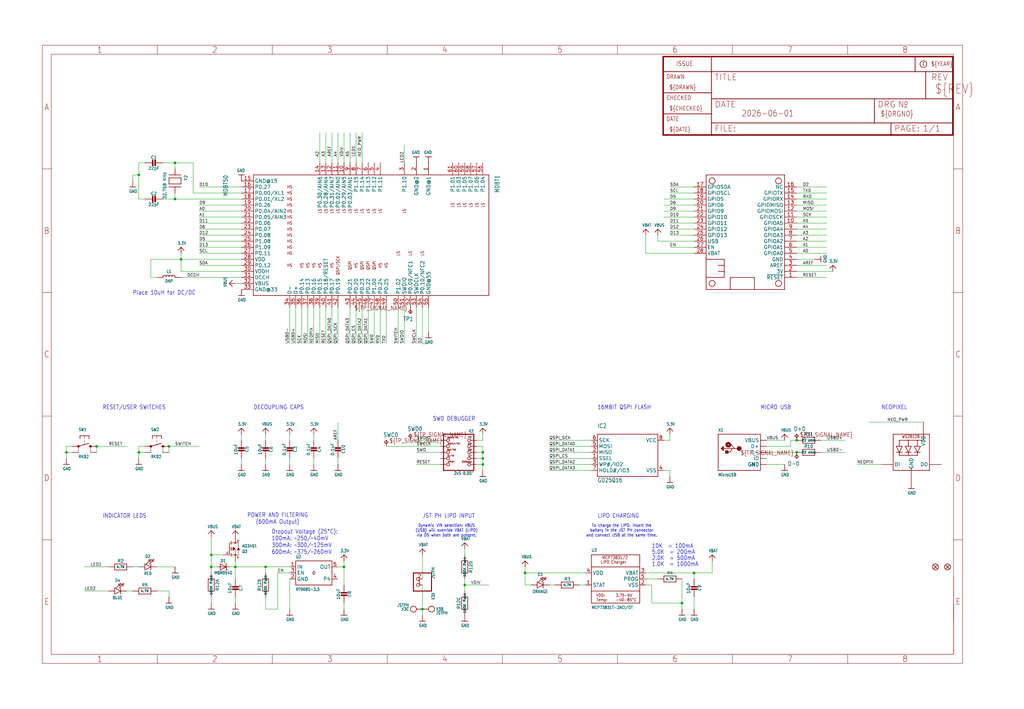
<source format=kicad_sch>
(kicad_sch (version 20250114) (generator "eeschema") (generator_version "9.0")
  (paper "User" 430.962 298.602)
  (text "To charge the LIPO, insert the\nbattery in the JST PH connector\nand connect USB at the same time." (at 261.62 223.52 0) (effects (font (size 1.27 1.0795))))
  (text "16MBIT QSPI FLASH" (at 251.46 172.72 0) (effects (font (size 1.778 1.5113)) (justify left bottom)))
  (text "Dynamic VIN selection: VBUS\n(USB) will override VBAT (LIPO)\nvia D5 when both are present." (at 187.96 223.52 0) (effects (font (size 1.27 1.0795))))
  (text "Dropout Voltage (25°C):\n100mA: ~250/~40mV\n300mA: ~300/~125mV\n600mA: ~375/~260mV" (at 114.3 233.68 0) (effects (font (size 1.778 1.5113)) (justify left bottom)))
  (text "1.0K  = 1000mA" (at 274.32 238.76 0) (effects (font (size 1.778 1.5113)) (justify left bottom)))
  (text "MICRO USB" (at 320.04 172.72 0) (effects (font (size 1.778 1.5113)) (justify left bottom)))
  (text "DECOUPLING CAPS" (at 106.68 172.72 0) (effects (font (size 1.778 1.5113)) (justify left bottom)))
  (text "RESET/USER SWITCHES" (at 43.18 172.72 0) (effects (font (size 1.778 1.5113)) (justify left bottom)))
  (text "INDICATOR LEDS" (at 43.18 218.44 0) (effects (font (size 1.778 1.5113)) (justify left bottom)))
  (text "JST PH LIPO INPUT" (at 177.8 218.44 0) (effects (font (size 1.778 1.5113)) (justify left bottom)))
  (text "POWER AND FILTERING\n(600mA Output)" (at 116.84 220.98 0) (effects (font (size 1.778 1.5113)) (justify bottom)))
  (text "SWD DEBUGGER" (at 182.118 177.546 0) (effects (font (size 1.778 1.5113)) (justify left bottom)))
  (text "2.0K  = 500mA" (at 274.32 236.22 0) (effects (font (size 1.778 1.5113)) (justify left bottom)))
  (text "NEOPIXEL" (at 370.84 172.72 0) (effects (font (size 1.778 1.5113)) (justify left bottom)))
  (text "Place 10uH for DC/DC" (at 55.88 124.46 0) (effects (font (size 1.778 1.5113)) (justify left bottom)))
  (text "10K  = 100mA" (at 274.32 231.14 0) (effects (font (size 1.778 1.5113)) (justify left bottom)))
  (text "LIPO CHARGING" (at 251.46 218.44 0) (effects (font (size 1.778 1.5113)) (justify left bottom)))
  (text "5.0K  = 200mA" (at 274.32 233.68 0) (effects (font (size 1.778 1.5113)) (justify left bottom)))
  (junction (at 58.42 190.5))
  (junction (at 195.58 246.38))
  (junction (at 203.2 190.5))
  (junction (at 58.42 73.66))
  (junction (at 335.28 190.5))
  (junction (at 144.78 238.76))
  (junction (at 220.98 241.3))
  (junction (at 177.8 256.54))
  (junction (at 88.9 238.76))
  (junction (at 73.66 83.82))
  (junction (at 40.64 187.96))
  (junction (at 73.66 68.58))
  (junction (at 203.2 195.58))
  (junction (at 111.76 238.76))
  (junction (at 76.2 109.22))
  (junction (at 99.06 238.76))
  (junction (at 203.2 193.04))
  (junction (at 292.1 241.3))
  (junction (at 287.02 254))
  (junction (at 27.94 190.5))
  (junction (at 71.12 187.96))
  (junction (at 335.28 185.42))
  (junction (at 88.9 233.68))
  (wire (pts (xy 195.58 246.38) (xy 195.58 248.92)) (stroke (width 0.1524)))
  (wire (pts (xy 58.42 83.82) (xy 60.96 83.82)) (stroke (width 0.1524)))
  (wire (pts (xy 68.58 83.82) (xy 73.66 83.82)) (stroke (width 0.1524)))
  (wire (pts (xy 167.64 129.54) (xy 167.64 144.78)) (stroke (width 0.1524)))
  (wire (pts (xy 88.9 241.3) (xy 88.9 238.76)) (stroke (width 0.1524)))
  (wire (pts (xy 335.28 101.6) (xy 347.98 101.6)) (stroke (width 0.1524)))
  (wire (pts (xy 121.92 144.78) (xy 121.92 129.54)) (stroke (width 0.1524)))
  (wire (pts (xy 177.8 233.68) (xy 177.8 243.84)) (stroke (width 0.1524)))
  (wire (pts (xy 30.48 187.96) (xy 27.94 187.96)) (stroke (width 0.1524)))
  (wire (pts (xy 68.58 68.58) (xy 73.66 68.58)) (stroke (width 0.1524)))
  (wire (pts (xy 101.6 99.06) (xy 83.82 99.06)) (stroke (width 0.1524)))
  (wire (pts (xy 45.72 238.76) (xy 35.56 238.76)) (stroke (width 0.1524)))
  (wire (pts (xy 195.58 231.14) (xy 195.58 233.68)) (stroke (width 0.1524)))
  (wire (pts (xy 73.66 83.82) (xy 73.66 81.28)) (stroke (width 0.1524)))
  (wire (pts (xy 142.24 238.76) (xy 144.78 238.76)) (stroke (width 0.1524)))
  (wire (pts (xy 53.34 248.92) (xy 55.88 248.92)) (stroke (width 0.1524)))
  (wire (pts (xy 292.1 81.28) (xy 281.94 81.28)) (stroke (width 0.1524)))
  (wire (pts (xy 200.66 190.5) (xy 203.2 190.5)) (stroke (width 0.1524)))
  (wire (pts (xy 175.26 129.54) (xy 175.26 144.78)) (stroke (width 0.1524)))
  (wire (pts (xy 147.32 144.78) (xy 147.32 129.54)) (stroke (width 0.1524)))
  (wire (pts (xy 195.58 246.38) (xy 205.74 246.38)) (stroke (width 0.1524)))
  (wire (pts (xy 101.6 78.74) (xy 83.82 78.74)) (stroke (width 0.1524)))
  (wire (pts (xy 203.2 193.04) (xy 203.2 195.58)) (stroke (width 0.1524)))
  (wire (pts (xy 60.96 190.5) (xy 58.42 190.5)) (stroke (width 0.1524)))
  (wire (pts (xy 276.86 101.6) (xy 276.86 99.06)) (stroke (width 0.1524)))
  (wire (pts (xy 101.6 86.36) (xy 83.82 86.36)) (stroke (width 0.1524)))
  (wire (pts (xy 144.78 254) (xy 144.78 256.54)) (stroke (width 0.1524)))
  (wire (pts (xy 132.08 129.54) (xy 132.08 144.78)) (stroke (width 0.1524)))
  (wire (pts (xy 200.66 195.58) (xy 203.2 195.58)) (stroke (width 0.1524)))
  (wire (pts (xy 279.4 88.9) (xy 292.1 88.9)) (stroke (width 0.1524)))
  (wire (pts (xy 99.06 251.46) (xy 99.06 254)) (stroke (width 0.1524)))
  (wire (pts (xy 203.2 190.5) (xy 203.2 193.04)) (stroke (width 0.1524)))
  (wire (pts (xy 139.7 68.58) (xy 139.7 55.88)) (stroke (width 0.1524)))
  (wire (pts (xy 81.28 68.58) (xy 73.66 68.58)) (stroke (width 0.1524)))
  (wire (pts (xy 292.1 241.3) (xy 271.78 241.3)) (stroke (width 0.1524)))
  (wire (pts (xy 121.92 185.42) (xy 121.92 182.88)) (stroke (width 0.1524)))
  (wire (pts (xy 185.42 195.58) (xy 175.26 195.58)) (stroke (width 0.1524)))
  (wire (pts (xy 170.18 129.54) (xy 170.18 144.78)) (stroke (width 0.1524)))
  (wire (pts (xy 60.96 187.96) (xy 58.42 187.96)) (stroke (width 0.1524)))
  (wire (pts (xy 83.82 91.44) (xy 101.6 91.44)) (stroke (width 0.1524)))
  (wire (pts (xy 71.12 248.92) (xy 71.12 251.46)) (stroke (width 0.1524)))
  (wire (pts (xy 292.1 241.3) (xy 299.72 241.3)) (stroke (width 0.1524)))
  (wire (pts (xy 58.42 187.96) (xy 58.42 190.5)) (stroke (width 0.1524)))
  (wire (pts (xy 200.66 187.96) (xy 203.2 187.96)) (stroke (width 0.1524)))
  (wire (pts (xy 81.28 81.28) (xy 101.6 81.28)) (stroke (width 0.1524)))
  (wire (pts (xy 243.84 246.38) (xy 246.38 246.38)) (stroke (width 0.1524)))
  (wire (pts (xy 154.94 129.54) (xy 154.94 144.78)) (stroke (width 0.1524)))
  (wire (pts (xy 160.02 129.54) (xy 160.02 144.78)) (stroke (width 0.1524)))
  (wire (pts (xy 101.6 83.82) (xy 73.66 83.82)) (stroke (width 0.1524)))
  (wire (pts (xy 271.78 106.68) (xy 271.78 99.06)) (stroke (width 0.1524)))
  (wire (pts (xy 99.06 236.22) (xy 99.06 238.76)) (stroke (width 0.1524)))
  (wire (pts (xy 279.4 185.42) (xy 281.94 185.42)) (stroke (width 0.1524)))
  (wire (pts (xy 111.76 256.54) (xy 111.76 251.46)) (stroke (width 0.1524)))
  (wire (pts (xy 116.84 256.54) (xy 111.76 256.54)) (stroke (width 0.1524)))
  (wire (pts (xy 73.66 238.76) (xy 66.04 238.76)) (stroke (width 0.1524)))
  (wire (pts (xy 99.06 243.84) (xy 99.06 238.76)) (stroke (width 0.1524)))
  (wire (pts (xy 248.92 187.96) (xy 231.14 187.96)) (stroke (width 0.1524)))
  (wire (pts (xy 292.1 104.14) (xy 281.94 104.14)) (stroke (width 0.1524)))
  (wire (pts (xy 81.28 81.28) (xy 81.28 68.58)) (stroke (width 0.1524)))
  (wire (pts (xy 388.62 177.8) (xy 365.76 177.8)) (stroke (width 0.1524)))
  (wire (pts (xy 111.76 193.04) (xy 111.76 195.58)) (stroke (width 0.1524)))
  (wire (pts (xy 144.78 246.38) (xy 144.78 238.76)) (stroke (width 0.1524)))
  (wire (pts (xy 335.28 104.14) (xy 347.98 104.14)) (stroke (width 0.1524)))
  (wire (pts (xy 149.86 144.78) (xy 149.86 129.54)) (stroke (width 0.1524)))
  (wire (pts (xy 271.78 243.84) (xy 276.86 243.84)) (stroke (width 0.1524)))
  (wire (pts (xy 335.28 111.76) (xy 347.98 111.76)) (stroke (width 0.1524)))
  (wire (pts (xy 88.9 238.76) (xy 88.9 233.68)) (stroke (width 0.1524)))
  (wire (pts (xy 93.98 233.68) (xy 88.9 233.68)) (stroke (width 0.1524)))
  (wire (pts (xy 76.2 114.3) (xy 76.2 109.22)) (stroke (width 0.1524)))
  (wire (pts (xy 101.6 109.22) (xy 76.2 109.22)) (stroke (width 0.1524)))
  (wire (pts (xy 45.72 248.92) (xy 35.56 248.92)) (stroke (width 0.1524)))
  (wire (pts (xy 142.24 185.42) (xy 142.24 177.8)) (stroke (width 0.1524)))
  (wire (pts (xy 124.46 129.54) (xy 124.46 144.78)) (stroke (width 0.1524)))
  (wire (pts (xy 177.8 259.08) (xy 177.8 256.54)) (stroke (width 0.1524)))
  (wire (pts (xy 281.94 93.98) (xy 292.1 93.98)) (stroke (width 0.1524)))
  (wire (pts (xy 101.6 185.42) (xy 101.6 182.88)) (stroke (width 0.1524)))
  (wire (pts (xy 231.14 195.58) (xy 248.92 195.58)) (stroke (width 0.1524)))
  (wire (pts (xy 231.14 190.5) (xy 248.92 190.5)) (stroke (width 0.1524)))
  (wire (pts (xy 142.24 68.58) (xy 142.24 55.88)) (stroke (width 0.1524)))
  (wire (pts (xy 279.4 86.36) (xy 292.1 86.36)) (stroke (width 0.1524)))
  (wire (pts (xy 83.82 106.68) (xy 101.6 106.68)) (stroke (width 0.1524)))
  (wire (pts (xy 144.78 238.76) (xy 144.78 236.22)) (stroke (width 0.1524)))
  (wire (pts (xy 200.66 193.04) (xy 203.2 193.04)) (stroke (width 0.1524)))
  (wire (pts (xy 101.6 104.14) (xy 83.82 104.14)) (stroke (width 0.1524)))
  (wire (pts (xy 281.94 198.12) (xy 281.94 200.66)) (stroke (width 0.1524)))
  (wire (pts (xy 177.8 144.78) (xy 180.34 144.78)) (stroke (width 0.1524)))
  (wire (pts (xy 121.92 193.04) (xy 121.92 195.58)) (stroke (width 0.1524)))
  (wire (pts (xy 177.8 129.54) (xy 177.8 144.78)) (stroke (width 0.1524)))
  (wire (pts (xy 40.64 187.96) (xy 53.34 187.96)) (stroke (width 0.1524)))
  (wire (pts (xy 66.04 248.92) (xy 71.12 248.92)) (stroke (width 0.1524)))
  (wire (pts (xy 71.12 187.96) (xy 83.82 187.96)) (stroke (width 0.1524)))
  (wire (pts (xy 281.94 96.52) (xy 292.1 96.52)) (stroke (width 0.1524)))
  (wire (pts (xy 99.06 238.76) (xy 111.76 238.76)) (stroke (width 0.1524)))
  (wire (pts (xy 355.6 185.42) (xy 345.44 185.42)) (stroke (width 0.1524)))
  (wire (pts (xy 152.4 68.58) (xy 152.4 55.88)) (stroke (width 0.1524)))
  (wire (pts (xy 200.66 185.42) (xy 203.2 185.42)) (stroke (width 0.1524)))
  (wire (pts (xy 279.4 91.44) (xy 292.1 91.44)) (stroke (width 0.1524)))
  (wire (pts (xy 134.62 129.54) (xy 134.62 144.78)) (stroke (width 0.1524)))
  (wire (pts (xy 111.76 241.3) (xy 111.76 238.76)) (stroke (width 0.1524)))
  (wire (pts (xy 287.02 254) (xy 287.02 256.54)) (stroke (width 0.1524)))
  (wire (pts (xy 30.48 190.5) (xy 27.94 190.5)) (stroke (width 0.1524)))
  (wire (pts (xy 299.72 236.22) (xy 299.72 241.3)) (stroke (width 0.1524)))
  (wire (pts (xy 322.58 187.96) (xy 332.74 187.96)) (stroke (width 0.1524)))
  (wire (pts (xy 203.2 187.96) (xy 203.2 190.5)) (stroke (width 0.1524)))
  (wire (pts (xy 292.1 101.6) (xy 276.86 101.6)) (stroke (width 0.1524)))
  (wire (pts (xy 60.96 68.58) (xy 58.42 68.58)) (stroke (width 0.1524)))
  (wire (pts (xy 281.94 99.06) (xy 292.1 99.06)) (stroke (width 0.1524)))
  (wire (pts (xy 330.2 185.42) (xy 322.58 185.42)) (stroke (width 0.1524)))
  (wire (pts (xy 195.58 243.84) (xy 195.58 246.38)) (stroke (width 0.1524)))
  (wire (pts (xy 91.44 238.76) (xy 88.9 238.76)) (stroke (width 0.1524)))
  (wire (pts (xy 335.28 91.44) (xy 347.98 91.44)) (stroke (width 0.1524)))
  (wire (pts (xy 142.24 195.58) (xy 142.24 193.04)) (stroke (width 0.1524)))
  (wire (pts (xy 137.16 129.54) (xy 137.16 144.78)) (stroke (width 0.1524)))
  (wire (pts (xy 347.98 86.36) (xy 335.28 86.36)) (stroke (width 0.1524)))
  (wire (pts (xy 142.24 144.78) (xy 142.24 129.54)) (stroke (width 0.1524)))
  (wire (pts (xy 335.28 96.52) (xy 347.98 96.52)) (stroke (width 0.1524)))
  (wire (pts (xy 76.2 109.22) (xy 76.2 106.68)) (stroke (width 0.1524)))
  (wire (pts (xy 88.9 233.68) (xy 88.9 226.06)) (stroke (width 0.1524)))
  (wire (pts (xy 347.98 116.84) (xy 335.28 116.84)) (stroke (width 0.1524)))
  (wire (pts (xy 55.88 76.2) (xy 55.88 73.66)) (stroke (width 0.1524)))
  (wire (pts (xy 274.32 254) (xy 287.02 254)) (stroke (width 0.1524)))
  (wire (pts (xy 292.1 78.74) (xy 281.94 78.74)) (stroke (width 0.1524)))
  (wire (pts (xy 101.6 93.98) (xy 83.82 93.98)) (stroke (width 0.1524)))
  (wire (pts (xy 121.92 243.84) (xy 121.92 256.54)) (stroke (width 0.1524)))
  (wire (pts (xy 203.2 195.58) (xy 203.2 198.12)) (stroke (width 0.1524)))
  (wire (pts (xy 271.78 246.38) (xy 274.32 246.38)) (stroke (width 0.1524)))
  (wire (pts (xy 287.02 243.84) (xy 287.02 254)) (stroke (width 0.1524)))
  (wire (pts (xy 134.62 68.58) (xy 134.62 55.88)) (stroke (width 0.1524)))
  (wire (pts (xy 66.04 116.84) (xy 63.5 116.84)) (stroke (width 0.1524)))
  (wire (pts (xy 332.74 187.96) (xy 332.74 185.42)) (stroke (width 0.1524)))
  (wire (pts (xy 40.64 187.96) (xy 40.64 190.5)) (stroke (width 0.1524)))
  (wire (pts (xy 335.28 78.74) (xy 347.98 78.74)) (stroke (width 0.1524)))
  (wire (pts (xy 63.5 109.22) (xy 76.2 109.22)) (stroke (width 0.1524)))
  (wire (pts (xy 162.56 129.54) (xy 162.56 144.78)) (stroke (width 0.1524)))
  (wire (pts (xy 58.42 190.5) (xy 58.42 193.04)) (stroke (width 0.1524)))
  (wire (pts (xy 370.84 195.58) (xy 360.68 195.58)) (stroke (width 0.1524)))
  (wire (pts (xy 292.1 251.46) (xy 292.1 256.54)) (stroke (width 0.1524)))
  (wire (pts (xy 88.9 254) (xy 88.9 251.46)) (stroke (width 0.1524)))
  (wire (pts (xy 63.5 116.84) (xy 63.5 109.22)) (stroke (width 0.1524)))
  (wire (pts (xy 116.84 241.3) (xy 116.84 256.54)) (stroke (width 0.1524)))
  (wire (pts (xy 137.16 68.58) (xy 137.16 55.88)) (stroke (width 0.1524)))
  (wire (pts (xy 231.14 246.38) (xy 233.68 246.38)) (stroke (width 0.1524)))
  (wire (pts (xy 147.32 68.58) (xy 147.32 55.88)) (stroke (width 0.1524)))
  (wire (pts (xy 220.98 241.3) (xy 246.38 241.3)) (stroke (width 0.1524)))
  (wire (pts (xy 279.4 198.12) (xy 281.94 198.12)) (stroke (width 0.1524)))
  (wire (pts (xy 132.08 193.04) (xy 132.08 195.58)) (stroke (width 0.1524)))
  (wire (pts (xy 322.58 195.58) (xy 330.2 195.58)) (stroke (width 0.1524)))
  (wire (pts (xy 292.1 83.82) (xy 279.4 83.82)) (stroke (width 0.1524)))
  (wire (pts (xy 27.94 187.96) (xy 27.94 190.5)) (stroke (width 0.1524)))
  (wire (pts (xy 177.8 256.54) (xy 177.8 246.38)) (stroke (width 0.1524)))
  (wire (pts (xy 223.52 246.38) (xy 220.98 246.38)) (stroke (width 0.1524)))
  (wire (pts (xy 220.98 238.76) (xy 220.98 241.3)) (stroke (width 0.1524)))
  (wire (pts (xy 355.6 190.5) (xy 345.44 190.5)) (stroke (width 0.1524)))
  (wire (pts (xy 274.32 246.38) (xy 274.32 254)) (stroke (width 0.1524)))
  (wire (pts (xy 335.28 106.68) (xy 347.98 106.68)) (stroke (width 0.1524)))
  (wire (pts (xy 342.9 109.22) (xy 335.28 109.22)) (stroke (width 0.1524)))
  (wire (pts (xy 101.6 88.9) (xy 83.82 88.9)) (stroke (width 0.1524)))
  (wire (pts (xy 335.28 93.98) (xy 347.98 93.98)) (stroke (width 0.1524)))
  (wire (pts (xy 139.7 144.78) (xy 139.7 129.54)) (stroke (width 0.1524)))
  (wire (pts (xy 121.92 241.3) (xy 116.84 241.3)) (stroke (width 0.1524)))
  (wire (pts (xy 58.42 68.58) (xy 58.42 73.66)) (stroke (width 0.1524)))
  (wire (pts (xy 292.1 243.84) (xy 292.1 241.3)) (stroke (width 0.1524)))
  (wire (pts (xy 281.94 185.42) (xy 281.94 182.88)) (stroke (width 0.1524)))
  (wire (pts (xy 231.14 193.04) (xy 248.92 193.04)) (stroke (width 0.1524)))
  (wire (pts (xy 101.6 193.04) (xy 101.6 195.58)) (stroke (width 0.1524)))
  (wire (pts (xy 73.66 68.58) (xy 73.66 71.12)) (stroke (width 0.1524)))
  (wire (pts (xy 203.2 185.42) (xy 203.2 182.88)) (stroke (width 0.1524)))
  (wire (pts (xy 101.6 114.3) (xy 76.2 114.3)) (stroke (width 0.1524)))
  (wire (pts (xy 335.28 99.06) (xy 347.98 99.06)) (stroke (width 0.1524)))
  (wire (pts (xy 129.54 129.54) (xy 129.54 144.78)) (stroke (width 0.1524)))
  (wire (pts (xy 335.28 81.28) (xy 347.98 81.28)) (stroke (width 0.1524)))
  (wire (pts (xy 127 129.54) (xy 127 144.78)) (stroke (width 0.1524)))
  (wire (pts (xy 101.6 119.38) (xy 99.06 119.38)) (stroke (width 0.1524)))
  (wire (pts (xy 152.4 129.54) (xy 152.4 144.78)) (stroke (width 0.1524)))
  (wire (pts (xy 248.92 185.42) (xy 231.14 185.42)) (stroke (width 0.1524)))
  (wire (pts (xy 335.28 114.3) (xy 350.52 114.3)) (stroke (width 0.1524)))
  (wire (pts (xy 185.42 190.5) (xy 175.26 190.5)) (stroke (width 0.1524)))
  (wire (pts (xy 335.28 83.82) (xy 347.98 83.82)) (stroke (width 0.1524)))
  (wire (pts (xy 157.48 129.54) (xy 157.48 144.78)) (stroke (width 0.1524)))
  (wire (pts (xy 83.82 101.6) (xy 101.6 101.6)) (stroke (width 0.1524)))
  (wire (pts (xy 292.1 106.68) (xy 271.78 106.68)) (stroke (width 0.1524)))
  (wire (pts (xy 332.74 185.42) (xy 335.28 185.42)) (stroke (width 0.1524)))
  (wire (pts (xy 144.78 68.58) (xy 144.78 55.88)) (stroke (width 0.1524)))
  (wire (pts (xy 55.88 73.66) (xy 58.42 73.66)) (stroke (width 0.1524)))
  (wire (pts (xy 162.56 187.96) (xy 185.42 187.96)) (stroke (width 0.1524)))
  (wire (pts (xy 132.08 185.42) (xy 132.08 182.88)) (stroke (width 0.1524)))
  (wire (pts (xy 71.12 187.96) (xy 71.12 190.5)) (stroke (width 0.1524)))
  (wire (pts (xy 180.34 139.7) (xy 180.34 129.54)) (stroke (width 0.1524)))
  (wire (pts (xy 101.6 111.76) (xy 83.82 111.76)) (stroke (width 0.1524)))
  (wire (pts (xy 96.52 238.76) (xy 99.06 238.76)) (stroke (width 0.1524)))
  (wire (pts (xy 58.42 238.76) (xy 55.88 238.76)) (stroke (width 0.1524)))
  (wire (pts (xy 101.6 96.52) (xy 83.82 96.52)) (stroke (width 0.1524)))
  (wire (pts (xy 58.42 73.66) (xy 58.42 83.82)) (stroke (width 0.1524)))
  (wire (pts (xy 185.42 185.42) (xy 172.72 185.42)) (stroke (width 0.1524)))
  (wire (pts (xy 170.18 68.58) (xy 170.18 60.96)) (stroke (width 0.1524)))
  (wire (pts (xy 322.58 190.5) (xy 335.28 190.5)) (stroke (width 0.1524)))
  (wire (pts (xy 220.98 246.38) (xy 220.98 241.3)) (stroke (width 0.1524)))
  (wire (pts (xy 101.6 116.84) (xy 76.2 116.84)) (stroke (width 0.1524)))
  (wire (pts (xy 121.92 238.76) (xy 111.76 238.76)) (stroke (width 0.1524)))
  (wire (pts (xy 347.98 88.9) (xy 335.28 88.9)) (stroke (width 0.1524)))
  (wire (pts (xy 149.86 68.58) (xy 149.86 55.88)) (stroke (width 0.1524)))
  (wire (pts (xy 27.94 190.5) (xy 27.94 193.04)) (stroke (width 0.1524)))
  (wire (pts (xy 111.76 185.42) (xy 111.76 182.88)) (stroke (width 0.1524)))
  (wire (pts (xy 231.14 198.12) (xy 248.92 198.12)) (stroke (width 0.1524)))
  (label "VDIV" (at 198.12 246.38 0) (effects (font (size 1.2446 1.2446))))
  (label "D9" (at 83.82 86.36 0) (effects (font (size 1.2446 1.2446))))
  (label "TXD" (at 162.56 144.78 90) (effects (font (size 1.2446 1.2446))))
  (label "SDA" (at 281.94 78.74 0) (effects (font (size 1.2446 1.2446))))
  (label "QSPI_DATA3" (at 231.14 198.12 0) (effects (font (size 1.2446 1.2446))))
  (label "SWDIO" (at 170.18 144.78 90) (effects (font (size 1.2446 1.2446))))
  (label "RESET" (at 137.16 144.78 90) (effects (font (size 1.2446 1.2446))))
  (label "SDA" (at 83.82 111.76 0) (effects (font (size 1.2446 1.2446))))
  (label "D5" (at 83.82 101.6 0) (effects (font (size 1.2446 1.2446))))
  (label "RESET" (at 45.72 187.96 0) (effects (font (size 1.2446 1.2446))))
  (label "A0" (at 337.82 106.68 0) (effects (font (size 1.2446 1.2446))))
  (label "D10" (at 83.82 78.74 0) (effects (font (size 1.2446 1.2446))))
  (label "A2" (at 134.62 66.04 90) (effects (font (size 1.2446 1.2446))))
  (label "VDIV" (at 144.78 66.04 90) (effects (font (size 1.2446 1.2446))))
  (label "AREF" (at 337.82 111.76 0) (effects (font (size 1.2446 1.2446))))
  (label "NEO_PWR" (at 152.4 66.04 90) (effects (font (size 1.2446 1.2446))))
  (label "D6" (at 281.94 86.36 0) (effects (font (size 1.2446 1.2446))))
  (label "LED2" (at 35.56 248.92 0) (effects (font (size 1.2446 1.2446))))
  (label "A2" (at 337.82 101.6 0) (effects (font (size 1.2446 1.2446))))
  (label "USBD-" (at 121.92 144.78 90) (effects (font (size 1.2446 1.2446))))
  (label "D12" (at 83.82 99.06 0) (effects (font (size 1.2446 1.2446))))
  (label "RESET" (at 337.82 116.84 0) (effects (font (size 1.2446 1.2446))))
  (label "NEOPIX" (at 360.68 195.58 0) (effects (font (size 1.2446 1.2446))))
  (label "QSPI_DATA2" (at 152.4 144.78 90) (effects (font (size 1.2446 1.2446))))
  (label "SWO" (at 157.48 144.78 90) (effects (font (size 1.2446 1.2446))))
  (label "D11" (at 281.94 93.98 0) (effects (font (size 1.2446 1.2446))))
  (label "EN" (at 281.94 104.14 0) (effects (font (size 1.2446 1.2446))))
  (label "QSPI_DATA0" (at 139.7 144.78 90) (effects (font (size 1.2446 1.2446))))
  (label "A0" (at 83.82 88.9 0) (effects (font (size 1.2446 1.2446))))
  (label "D13" (at 83.82 104.14 0) (effects (font (size 1.2446 1.2446))))
  (label "MOSI" (at 337.82 88.9 0) (effects (font (size 1.2446 1.2446))))
  (label "VBUS" (at 322.58 185.42 0) (effects (font (size 1.2446 1.2446))))
  (label "LED2" (at 170.18 68.58 90) (effects (font (size 1.2446 1.2446))))
  (label "MISO" (at 337.82 86.36 0) (effects (font (size 1.2446 1.2446))))
  (label "SWCLK" (at 175.26 144.78 90) (effects (font (size 1.2446 1.2446))))
  (label "D5" (at 281.94 83.82 0) (effects (font (size 1.2446 1.2446))))
  (label "EN" (at 116.84 241.3 0) (effects (font (size 1.2446 1.2446))))
  (label "D9" (at 281.94 88.9 0) (effects (font (size 1.2446 1.2446))))
  (label "NEO_PWR" (at 373.38 177.8 0) (effects (font (size 1.2446 1.2446))))
  (label "SCK" (at 127 144.78 90) (effects (font (size 1.2446 1.2446))))
  (label "QSPI_CS" (at 149.86 144.78 90) (effects (font (size 1.2446 1.2446))))
  (label "A5" (at 147.32 66.04 90) (effects (font (size 1.2446 1.2446))))
  (label "A3" (at 137.16 66.04 90) (effects (font (size 1.2446 1.2446))))
  (label "D13" (at 281.94 99.06 0) (effects (font (size 1.2446 1.2446))))
  (label "QSPI_SCK" (at 231.14 185.42 0) (effects (font (size 1.2446 1.2446))))
  (label "SCK" (at 337.82 91.44 0) (effects (font (size 1.2446 1.2446))))
  (label "SWITCH" (at 73.66 187.96 0) (effects (font (size 1.2446 1.2446))))
  (label "USBD+" (at 347.98 185.42 0) (effects (font (size 1.2446 1.2446))))
  (label "D6" (at 83.82 96.52 0) (effects (font (size 1.2446 1.2446))))
  (label "A4" (at 142.24 66.04 90) (effects (font (size 1.2446 1.2446))))
  (label "A1" (at 337.82 104.14 0) (effects (font (size 1.2446 1.2446))))
  (label "USBD+" (at 124.46 144.78 90) (effects (font (size 1.2446 1.2446))))
  (label "SCL" (at 281.94 81.28 0) (effects (font (size 1.2446 1.2446))))
  (label "RESET" (at 175.26 195.58 0) (effects (font (size 1.2446 1.2446))))
  (label "A4" (at 337.82 96.52 0) (effects (font (size 1.2446 1.2446))))
  (label "MISO" (at 134.62 144.78 90) (effects (font (size 1.2446 1.2446))))
  (label "A3" (at 337.82 99.06 0) (effects (font (size 1.2446 1.2446))))
  (label "NEOPIX" (at 132.08 144.78 90) (effects (font (size 1.2446 1.2446))))
  (label "SCL" (at 83.82 106.68 0) (effects (font (size 1.2446 1.2446))))
  (label "SWDIO" (at 175.26 185.42 0) (effects (font (size 1.2446 1.2446))))
  (label "QSPI_DATA1" (at 231.14 190.5 0) (effects (font (size 1.2446 1.2446))))
  (label "SWCLK" (at 175.26 187.96 0) (effects (font (size 1.2446 1.2446))))
  (label "LED1" (at 38.1 238.76 0) (effects (font (size 1.2446 1.2446))))
  (label "D10" (at 281.94 91.44 0) (effects (font (size 1.2446 1.2446))))
  (label "QSPI_DATA2" (at 231.14 195.58 0) (effects (font (size 1.2446 1.2446))))
  (label "MOSI" (at 129.54 144.78 90) (effects (font (size 1.2446 1.2446))))
  (label "RXD" (at 337.82 83.82 0) (effects (font (size 1.2446 1.2446))))
  (label "D2" (at 177.8 144.78 90) (effects (font (size 1.2446 1.2446))))
  (label "QSPI_DATA3" (at 147.32 144.78 90) (effects (font (size 1.2446 1.2446))))
  (label "SWITCH" (at 167.64 144.78 90) (effects (font (size 1.2446 1.2446))))
  (label "QSPI_DATA1" (at 154.94 144.78 90) (effects (font (size 1.2446 1.2446))))
  (label "QSPI_CS" (at 231.14 193.04 0) (effects (font (size 1.2446 1.2446))))
  (label "A1" (at 83.82 91.44 0) (effects (font (size 1.2446 1.2446))))
  (label "QSPI_DATA0" (at 231.14 187.96 0) (effects (font (size 1.2446 1.2446))))
  (label "D11" (at 83.82 93.98 0) (effects (font (size 1.2446 1.2446))))
  (label "DCCH" (at 78.74 116.84 0) (effects (font (size 1.2446 1.2446))))
  (label "QSPI_SCK" (at 142.24 144.78 90) (effects (font (size 1.2446 1.2446))))
  (label "RXD" (at 160.02 144.78 90) (effects (font (size 1.2446 1.2446))))
  (label "TXD" (at 337.82 81.28 0) (effects (font (size 1.2446 1.2446))))
  (label "AREF" (at 142.24 185.42 90) (effects (font (size 1.2446 1.2446))))
  (label "USBD-" (at 347.98 190.5 0) (effects (font (size 1.2446 1.2446))))
  (label "A5" (at 337.82 93.98 0) (effects (font (size 1.2446 1.2446))))
  (label "D2" (at 337.82 78.74 0) (effects (font (size 1.2446 1.2446))))
  (label "LED1" (at 149.86 66.04 90) (effects (font (size 1.2446 1.2446))))
  (label "SWO" (at 175.26 190.5 0) (effects (font (size 1.2446 1.2446))))
  (label "AREF" (at 139.7 66.04 90) (effects (font (size 1.2446 1.2446))))
  (label "D12" (at 281.94 96.52 0) (effects (font (size 1.2446 1.2446))))
  (symbol (lib_id "Adafruit nRF52840 Bluefruit Feather Express Rev E-eagle-import:CON_JST_PH_2PIN_MT_BATT") (at 177.8 256.54 90) (unit 3)
    (property "Reference" "X3" (at 172.212 256.54 90) (effects (font (size 1.27 1.0795)) (justify left)))
    (property "Value" "JSTPH" (at 172.212 254.889 90) (effects (font (size 1.27 1.0795)) (justify left)))
    (property "Footprint" "Adafruit nRF52840 Bluefruit Feather Express Rev E:JSTPH2_BATT" (effects (hide yes)))
  )
  (symbol (lib_id "Adafruit nRF52840 Bluefruit Feather Express Rev E-eagle-import:FIDUCIAL_1MM") (at 393.7 238.76 0) (unit 1)
    (property "Reference" "FID2" (effects (hide yes)))
    (property "Value" "FIDUCIAL_1MM" (effects (hide yes)))
    (property "Footprint" "Adafruit nRF52840 Bluefruit Feather Express Rev E:FIDUCIAL_1MM" (effects (hide yes)))
  )
  (symbol (lib_id "Adafruit nRF52840 Bluefruit Feather Express Rev E-eagle-import:GND") (at 121.92 198.12 0) (unit 1)
    (property "Reference" "#U$34" (effects (hide yes)))
    (property "Value" "GND" (at 120.396 200.66 0) (effects (font (size 1.27 1.0795)) (justify left bottom)))
  )
  (symbol (lib_id "Adafruit nRF52840 Bluefruit Feather Express Rev E-eagle-import:JTAG-CORTEXBOXPOSTS") (at 193.04 190.5 0) (mirror y) (unit 1)
    (property "Reference" "X2" (at 199.39 182.245 0) (effects (font (size 1.27 1.0795)) (justify left bottom)))
    (property "Value" "2x5 0.05\"" (at 199.39 200.025 0) (effects (font (size 1.27 1.0795)) (justify left bottom)))
    (property "Footprint" "Adafruit nRF52840 Bluefruit Feather Express Rev E:2X05_1.27MM_BOX_POSTS" (effects (hide yes)))
  )
  (symbol (lib_id "Adafruit nRF52840 Bluefruit Feather Express Rev E-eagle-import:RESISTOR_0603_NOOUT") (at 238.76 246.38 0) (unit 1)
    (property "Reference" "R3" (at 238.76 243.84 0))
    (property "Value" "4.7K" (at 238.76 246.38 0) (effects (font (size 1.016 1.016) (thickness 0.2032) (bold yes))))
    (property "Footprint" "Adafruit nRF52840 Bluefruit Feather Express Rev E:0603-NO" (effects (hide yes)))
  )
  (symbol (lib_id "Adafruit nRF52840 Bluefruit Feather Express Rev E-eagle-import:SPIFLASH_8PINUX") (at 264.16 193.04 0) (unit 1)
    (property "Reference" "IC2" (at 251.46 180.34 0) (effects (font (size 1.778 1.5113)) (justify left bottom)))
    (property "Value" "GD25Q16" (at 251.46 203.2 0) (effects (font (size 1.778 1.5113)) (justify left bottom)))
    (property "Footprint" "Adafruit nRF52840 Bluefruit Feather Express Rev E:USON8" (effects (hide yes)))
  )
  (symbol (lib_id "Adafruit nRF52840 Bluefruit Feather Express Rev E-eagle-import:CAP_CERAMIC0805-NOOUTLINE") (at 99.06 246.38 180) (unit 1)
    (property "Reference" "C7" (at 101.35 247.63 90))
    (property "Value" "10uF" (at 96.76 247.63 90))
    (property "Footprint" "Adafruit nRF52840 Bluefruit Feather Express Rev E:0805-NO" (effects (hide yes)))
  )
  (symbol (lib_id "Adafruit nRF52840 Bluefruit Feather Express Rev E-eagle-import:GND") (at 27.94 195.58 0) (unit 1)
    (property "Reference" "#U$2" (effects (hide yes)))
    (property "Value" "GND" (at 26.416 198.12 0) (effects (font (size 1.27 1.0795)) (justify left bottom)))
  )
  (symbol (lib_id "Adafruit nRF52840 Bluefruit Feather Express Rev E-eagle-import:3.3V") (at 101.6 180.34 0) (unit 1)
    (property "Reference" "#U$22" (effects (hide yes)))
    (property "Value" "3.3V" (at 100.076 179.324 0) (effects (font (size 1.27 1.0795)) (justify left bottom)))
  )
  (symbol (lib_id "Adafruit nRF52840 Bluefruit Feather Express Rev E-eagle-import:SWITCH_TACT_SMT_RKB2") (at 35.56 187.96 0) (unit 1)
    (property "Reference" "SW1" (at 33.02 181.61 0) (effects (font (size 1.27 1.0795)) (justify left bottom)))
    (property "Value" "RKB2" (at 33.02 193.04 0) (effects (font (size 1.27 1.0795)) (justify left bottom)))
    (property "Footprint" "Adafruit nRF52840 Bluefruit Feather Express Rev E:BTN_RKB2_4.6X2.8" (effects (hide yes)))
  )
  (symbol (lib_id "Adafruit nRF52840 Bluefruit Feather Express Rev E-eagle-import:GND") (at 177.8 261.62 0) (unit 1)
    (property "Reference" "#U$7" (effects (hide yes)))
    (property "Value" "GND" (at 176.276 264.16 0) (effects (font (size 1.27 1.0795)) (justify left bottom)))
  )
  (symbol (lib_id "Adafruit nRF52840 Bluefruit Feather Express Rev E-eagle-import:TPTP12R") (at 162.56 185.42 0) (unit 1)
    (property "Reference" "SWC0" (at 161.29 184.15 0) (effects (font (size 1.778 1.5113)) (justify left bottom)))
    (property "Value" "TPTP12R" (effects (hide yes)))
    (property "Footprint" "Adafruit nRF52840 Bluefruit Feather Express Rev E:TP12R" (effects (hide yes)))
  )
  (symbol (lib_id "Adafruit nRF52840 Bluefruit Feather Express Rev E-eagle-import:MOSFET-P") (at 99.06 231.14 0) (mirror x) (unit 1)
    (property "Reference" "Q3" (at 101.854 231.521 0) (effects (font (size 1.27 1.0795)) (justify left bottom)))
    (property "Value" "AO3401" (at 101.854 229.235 0) (effects (font (size 1.27 1.0795)) (justify left bottom)))
    (property "Footprint" "Adafruit nRF52840 Bluefruit Feather Express Rev E:SOT23-R" (effects (hide yes)))
  )
  (symbol (lib_id "Adafruit nRF52840 Bluefruit Feather Express Rev E-eagle-import:TPTP10R") (at 335.28 182.88 0) (unit 1)
    (property "Reference" "D+0" (at 334.01 181.61 0) (effects (font (size 1.778 1.5113)) (justify left bottom)))
    (property "Value" "TPTP10R" (effects (hide yes)))
    (property "Footprint" "Adafruit nRF52840 Bluefruit Feather Express Rev E:TP10R" (effects (hide yes)))
  )
  (symbol (lib_id "Adafruit nRF52840 Bluefruit Feather Express Rev E-eagle-import:LED0603_NOOUTLINE") (at 63.5 238.76 0) (unit 1)
    (property "Reference" "D2" (at 62.23 234.315 0) (effects (font (size 1.27 1.0795))))
    (property "Value" "RED" (at 62.23 241.554 0) (effects (font (size 1.27 1.0795))))
    (property "Footprint" "Adafruit nRF52840 Bluefruit Feather Express Rev E:CHIPLED_0603_NOOUTLINE" (effects (hide yes)))
  )
  (symbol (lib_id "Adafruit nRF52840 Bluefruit Feather Express Rev E-eagle-import:USB_MICRO_20329_V2") (at 312.42 190.5 0) (unit 1)
    (property "Reference" "X1" (at 302.26 181.864 0) (effects (font (size 1.27 1.0795)) (justify left bottom)))
    (property "Value" "MicroUSB" (at 302.26 200.66 0) (effects (font (size 1.27 1.0795)) (justify left bottom)))
    (property "Footprint" "Adafruit nRF52840 Bluefruit Feather Express Rev E:4UCONN_20329_V2" (effects (hide yes)))
  )
  (symbol (lib_id "Adafruit nRF52840 Bluefruit Feather Express Rev E-eagle-import:VREG_SOT23-5") (at 132.08 241.3 0) (unit 1)
    (property "Reference" "U2" (at 124.46 235.204 0) (effects (font (size 1.27 1.0795)) (justify left bottom)))
    (property "Value" "RT9080-3.3" (at 124.46 248.92 0) (effects (font (size 1.27 1.0795)) (justify left bottom)))
    (property "Footprint" "Adafruit nRF52840 Bluefruit Feather Express Rev E:SOT23-5" (effects (hide yes)))
    (property "JLC_ROTATION" "0" (at 132.08 241.3 0))
  )
  (symbol (lib_id "Adafruit nRF52840 Bluefruit Feather Express Rev E-eagle-import:RESISTOR_4PACK") (at 111.76 246.38 90) (unit 2)
    (property "Reference" "R12" (at 109.22 246.38 0))
    (property "Value" "100K Pack" (at 111.76 246.38 0) (effects (font (size 1.016 1.016) (thickness 0.2032) (bold yes))))
    (property "Footprint" "Adafruit nRF52840 Bluefruit Feather Express Rev E:RESPACK_4X0603" (effects (hide yes)))
  )
  (symbol (lib_id "Adafruit nRF52840 Bluefruit Feather Express Rev E-eagle-import:3.3V") (at 144.78 233.68 0) (unit 1)
    (property "Reference" "#U$11" (effects (hide yes)))
    (property "Value" "3.3V" (at 143.256 232.664 0) (effects (font (size 1.27 1.0795)) (justify left bottom)))
  )
  (symbol (lib_id "Adafruit nRF52840 Bluefruit Feather Express Rev E-eagle-import:MCP73831/2") (at 259.08 243.84 0) (unit 1)
    (property "Reference" "U3" (at 248.92 232.41 0) (effects (font (size 1.27 1.0795)) (justify left bottom)))
    (property "Value" "MCP73831T-2ACI/OT" (at 248.92 256.54 0) (effects (font (size 1.27 1.0795)) (justify left bottom)))
    (property "Footprint" "Adafruit nRF52840 Bluefruit Feather Express Rev E:SOT23-5" (effects (hide yes)))
  )
  (symbol (lib_id "Adafruit nRF52840 Bluefruit Feather Express Rev E-eagle-import:RESISTOR_0603MP") (at 340.36 190.5 0) (unit 1)
    (property "Reference" "R10" (at 340.36 187.96 0))
    (property "Value" "22 ohm" (at 340.36 190.5 0) (effects (font (size 1.016 1.016) (thickness 0.2032) (bold yes))))
    (property "Footprint" "Adafruit nRF52840 Bluefruit Feather Express Rev E:_0603MP" (effects (hide yes)))
  )
  (symbol (lib_id "Adafruit nRF52840 Bluefruit Feather Express Rev E-eagle-import:GND") (at 287.02 259.08 0) (unit 1)
    (property "Reference" "#U$36" (effects (hide yes)))
    (property "Value" "GND" (at 285.496 261.62 0) (effects (font (size 1.27 1.0795)) (justify left bottom)))
  )
  (symbol (lib_id "Adafruit nRF52840 Bluefruit Feather Express Rev E-eagle-import:SWITCH_TACT_SMT_RKB2") (at 66.04 187.96 0) (unit 1)
    (property "Reference" "SW2" (at 63.5 181.61 0) (effects (font (size 1.27 1.0795)) (justify left bottom)))
    (property "Value" "RKB2" (at 63.5 193.04 0) (effects (font (size 1.27 1.0795)) (justify left bottom)))
    (property "Footprint" "Adafruit nRF52840 Bluefruit Feather Express Rev E:BTN_RKB2_4.6X2.8" (effects (hide yes)))
  )
  (symbol (lib_id "Adafruit nRF52840 Bluefruit Feather Express Rev E-eagle-import:CON_JST_PH_2PIN_MT_BATT") (at 177.8 256.54 270) (unit 2)
    (property "Reference" "X3" (at 183.388 256.54 90) (effects (font (size 1.27 1.0795)) (justify left)))
    (property "Value" "JSTPH" (at 183.388 258.191 90) (effects (font (size 1.27 1.0795)) (justify left)))
    (property "Footprint" "Adafruit nRF52840 Bluefruit Feather Express Rev E:JSTPH2_BATT" (effects (hide yes)))
  )
  (symbol (lib_id "Adafruit nRF52840 Bluefruit Feather Express Rev E-eagle-import:GND") (at 144.78 259.08 0) (unit 1)
    (property "Reference" "#U$5" (effects (hide yes)))
    (property "Value" "GND" (at 143.256 261.62 0) (effects (font (size 1.27 1.0795)) (justify left bottom)))
  )
  (symbol (lib_id "Adafruit nRF52840 Bluefruit Feather Express Rev E-eagle-import:RESISTOR_4PACK") (at 195.58 238.76 270) (unit 4)
    (property "Reference" "R12" (at 198.12 238.76 0))
    (property "Value" "100K Pack" (at 195.58 238.76 0) (effects (font (size 1.016 1.016) (thickness 0.2032) (bold yes))))
    (property "Footprint" "Adafruit nRF52840 Bluefruit Feather Express Rev E:RESPACK_4X0603" (effects (hide yes)))
  )
  (symbol (lib_id "Adafruit nRF52840 Bluefruit Feather Express Rev E-eagle-import:CAP_CERAMIC0805-NOOUTLINE") (at 292.1 246.38 180) (unit 1)
    (property "Reference" "C9" (at 294.39 247.63 90))
    (property "Value" "10uF" (at 289.8 247.63 90))
    (property "Footprint" "Adafruit nRF52840 Bluefruit Feather Express Rev E:0805-NO" (effects (hide yes)))
  )
  (symbol (lib_id "Adafruit nRF52840 Bluefruit Feather Express Rev E-eagle-import:GND") (at 71.12 254 0) (unit 1)
    (property "Reference" "#U$46" (effects (hide yes)))
    (property "Value" "GND" (at 69.596 256.54 0) (effects (font (size 1.27 1.0795)) (justify left bottom)))
  )
  (symbol (lib_id "Adafruit nRF52840 Bluefruit Feather Express Rev E-eagle-import:CAP_CERAMIC0805-NOOUTLINE") (at 111.76 187.96 180) (unit 1)
    (property "Reference" "C6" (at 114.05 189.21 90))
    (property "Value" "10uF" (at 109.46 189.21 90))
    (property "Footprint" "Adafruit nRF52840 Bluefruit Feather Express Rev E:0805-NO" (effects (hide yes)))
  )
  (symbol (lib_id "Adafruit nRF52840 Bluefruit Feather Express Rev E-eagle-import:GND") (at 101.6 198.12 0) (unit 1)
    (property "Reference" "#U$42" (effects (hide yes)))
    (property "Value" "GND" (at 100.076 200.66 0) (effects (font (size 1.27 1.0795)) (justify left bottom)))
  )
  (symbol (lib_id "Adafruit nRF52840 Bluefruit Feather Express Rev E-eagle-import:VBUS") (at 88.9 223.52 0) (unit 1)
    (property "Reference" "#U$13" (effects (hide yes)))
    (property "Value" "VBUS" (at 87.376 222.504 0) (effects (font (size 1.27 1.0795)) (justify left bottom)))
  )
  (symbol (lib_id "Adafruit nRF52840 Bluefruit Feather Express Rev E-eagle-import:GND") (at 101.6 124.46 0) (unit 1)
    (property "Reference" "#U$48" (effects (hide yes)))
    (property "Value" "GND" (at 100.076 127 0) (effects (font (size 1.27 1.0795)) (justify left bottom)))
  )
  (symbol (lib_id "Adafruit nRF52840 Bluefruit Feather Express Rev E-eagle-import:CAP_CERAMIC0603_NO") (at 63.5 68.58 270) (unit 1)
    (property "Reference" "C1" (at 64.75 66.29 90))
    (property "Value" "22pF" (at 64.75 70.88 90))
    (property "Footprint" "Adafruit nRF52840 Bluefruit Feather Express Rev E:0603-NO" (effects (hide yes)))
  )
  (symbol (lib_id "Adafruit nRF52840 Bluefruit Feather Express Rev E-eagle-import:CAP_CERAMIC0603_NO") (at 121.92 187.96 180) (unit 1)
    (property "Reference" "C3" (at 124.21 189.21 90))
    (property "Value" "0.1uF" (at 119.62 189.21 90))
    (property "Footprint" "Adafruit nRF52840 Bluefruit Feather Express Rev E:0603-NO" (effects (hide yes)))
  )
  (symbol (lib_id "Adafruit nRF52840 Bluefruit Feather Express Rev E-eagle-import:DIODE-SCHOTTKYSOD-123") (at 93.98 238.76 0) (unit 1)
    (property "Reference" "D1" (at 93.98 236.22 0) (effects (font (size 1.27 1.0795))))
    (property "Value" "MBR0540" (at 93.98 241.26 0) (effects (font (size 1.27 1.0795))))
    (property "Footprint" "Adafruit nRF52840 Bluefruit Feather Express Rev E:SOD-123" (effects (hide yes)))
  )
  (symbol (lib_id "Adafruit nRF52840 Bluefruit Feather Express Rev E-eagle-import:3.3V") (at 281.94 180.34 0) (unit 1)
    (property "Reference" "#U$55" (effects (hide yes)))
    (property "Value" "3.3V" (at 280.416 179.324 0) (effects (font (size 1.27 1.0795)) (justify left bottom)))
  )
  (symbol (lib_id "Adafruit nRF52840 Bluefruit Feather Express Rev E-eagle-import:GND") (at 111.76 198.12 0) (unit 1)
    (property "Reference" "#U$25" (effects (hide yes)))
    (property "Value" "GND" (at 110.236 200.66 0) (effects (font (size 1.27 1.0795)) (justify left bottom)))
  )
  (symbol (lib_id "Adafruit nRF52840 Bluefruit Feather Express Rev E-eagle-import:3.3V") (at 203.2 180.34 0) (unit 1)
    (property "Reference" "#U$37" (effects (hide yes)))
    (property "Value" "3.3V" (at 201.676 179.324 0) (effects (font (size 1.27 1.0795)) (justify left bottom)))
  )
  (symbol (lib_id "Adafruit nRF52840 Bluefruit Feather Express Rev E-eagle-import:GND") (at 101.6 73.66 180) (unit 1)
    (property "Reference" "#U$49" (effects (hide yes)))
    (property "Value" "GND" (at 103.124 71.12 0) (effects (font (size 1.27 1.0795)) (justify left bottom)))
  )
  (symbol (lib_id "Adafruit nRF52840 Bluefruit Feather Express Rev E-eagle-import:CAP_CERAMIC0603_NO") (at 132.08 187.96 180) (unit 1)
    (property "Reference" "C4" (at 134.37 189.21 90))
    (property "Value" "0.1uF" (at 129.78 189.21 90))
    (property "Footprint" "Adafruit nRF52840 Bluefruit Feather Express Rev E:0603-NO" (effects (hide yes)))
  )
  (symbol (lib_id "Adafruit nRF52840 Bluefruit Feather Express Rev E-eagle-import:CON_JST_PH_2PIN_MT_BATT") (at 175.26 243.84 180) (unit 1)
    (property "Reference" "X3" (at 181.61 249.555 90) (effects (font (size 1.27 1.0795)) (justify left bottom)))
    (property "Value" "JSTPH" (at 181.61 238.76 90) (effects (font (size 1.27 1.0795)) (justify left bottom)))
    (property "Footprint" "Adafruit nRF52840 Bluefruit Feather Express Rev E:JSTPH2_BATT" (effects (hide yes)))
  )
  (symbol (lib_id "Adafruit nRF52840 Bluefruit Feather Express Rev E-eagle-import:GND") (at 292.1 259.08 0) (unit 1)
    (property "Reference" "#U$33" (effects (hide yes)))
    (property "Value" "GND" (at 290.576 261.62 0) (effects (font (size 1.27 1.0795)) (justify left bottom)))
  )
  (symbol (lib_id "Adafruit nRF52840 Bluefruit Feather Express Rev E-eagle-import:VBAT") (at 195.58 228.6 0) (unit 1)
    (property "Reference" "#U$58" (effects (hide yes)))
    (property "Value" "VBAT" (at 194.056 227.584 0) (effects (font (size 1.27 1.0795)) (justify left bottom)))
  )
  (symbol (lib_id "Adafruit nRF52840 Bluefruit Feather Express Rev E-eagle-import:VBUS") (at 276.86 96.52 0) (unit 1)
    (property "Reference" "#U$40" (effects (hide yes)))
    (property "Value" "VBUS" (at 275.336 95.504 0) (effects (font (size 1.27 1.0795)) (justify left bottom)))
  )
  (symbol (lib_id "Adafruit nRF52840 Bluefruit Feather Express Rev E-eagle-import:GND") (at 345.44 109.22 90) (unit 1)
    (property "Reference" "#U$24" (effects (hide yes)))
    (property "Value" "GND" (at 347.98 110.744 0) (effects (font (size 1.27 1.0795)) (justify left bottom)))
  )
  (symbol (lib_id "Adafruit nRF52840 Bluefruit Feather Express Rev E-eagle-import:GND") (at 383.54 205.74 0) (unit 1)
    (property "Reference" "#U$60" (effects (hide yes)))
    (property "Value" "GND" (at 382.016 208.28 0) (effects (font (size 1.27 1.0795)) (justify left bottom)))
  )
  (symbol (lib_id "Adafruit nRF52840 Bluefruit Feather Express Rev E-eagle-import:CAP_CERAMIC0805-NOOUTLINE") (at 101.6 187.96 180) (unit 1)
    (property "Reference" "C5" (at 103.89 189.21 90))
    (property "Value" "10uF" (at 99.3 189.21 90))
    (property "Footprint" "Adafruit nRF52840 Bluefruit Feather Express Rev E:0805-NO" (effects (hide yes)))
  )
  (symbol (lib_id "Adafruit nRF52840 Bluefruit Feather Express Rev E-eagle-import:LED0603_NOOUTLINE") (at 228.6 246.38 0) (unit 1)
    (property "Reference" "D3" (at 227.33 241.935 0) (effects (font (size 1.27 1.0795))))
    (property "Value" "ORANGE" (at 227.33 249.174 0) (effects (font (size 1.27 1.0795))))
    (property "Footprint" "Adafruit nRF52840 Bluefruit Feather Express Rev E:CHIPLED_0603_NOOUTLINE" (effects (hide yes)))
  )
  (symbol (lib_id "Adafruit nRF52840 Bluefruit Feather Express Rev E-eagle-import:INDUCTOR_0805MP") (at 71.12 116.84 0) (unit 1)
    (property "Reference" "L1" (at 71.12 114.3 0) (effects (font (size 1.27 1.0795))))
    (property "Value" "DNP" (at 71.12 118.38 0) (effects (font (size 1.27 1.0795))))
    (property "Footprint" "Adafruit nRF52840 Bluefruit Feather Express Rev E:_0805MP" (effects (hide yes)))
  )
  (symbol (lib_id "Adafruit nRF52840 Bluefruit Feather Express Rev E-eagle-import:FRAME_A3") (at 279.4 58.42 0) (unit 3)
    (property "Reference" "#FRAME1" (effects (hide yes)))
    (property "Value" "FRAME_A3" (effects (hide yes)))
  )
  (symbol (lib_id "Adafruit nRF52840 Bluefruit Feather Express Rev E-eagle-import:GND") (at 180.34 66.04 180) (unit 1)
    (property "Reference" "#U$53" (effects (hide yes)))
    (property "Value" "GND" (at 181.864 63.5 0) (effects (font (size 1.27 1.0795)) (justify left bottom)))
  )
  (symbol (lib_id "Adafruit nRF52840 Bluefruit Feather Express Rev E-eagle-import:MDBT50") (at 157.48 99.06 270) (unit 1)
    (property "Reference" "MDBT1" (at 208.28 73.66 0) (effects (font (size 1.778 1.5113)) (justify left bottom)))
    (property "Value" "MDBT50" (at 93.98 73.66 0) (effects (font (size 1.778 1.5113)) (justify left bottom)))
    (property "Footprint" "Adafruit nRF52840 Bluefruit Feather Express Rev E:MDBT50" (effects (hide yes)))
  )
  (symbol (lib_id "Adafruit nRF52840 Bluefruit Feather Express Rev E-eagle-import:GND") (at 330.2 198.12 0) (unit 1)
    (property "Reference" "#U$19" (effects (hide yes)))
    (property "Value" "GND" (at 328.676 200.66 0) (effects (font (size 1.27 1.0795)) (justify left bottom)))
  )
  (symbol (lib_id "Adafruit nRF52840 Bluefruit Feather Express Rev E-eagle-import:TPTP10R") (at 172.72 132.08 180) (unit 1)
    (property "Reference" "TP1" (at 173.99 133.35 0) (effects (font (size 1.778 1.5113)) (justify left bottom)))
    (property "Value" "TPTP10R" (effects (hide yes)))
    (property "Footprint" "Adafruit nRF52840 Bluefruit Feather Express Rev E:TP10R" (effects (hide yes)))
  )
  (symbol (lib_id "Adafruit nRF52840 Bluefruit Feather Express Rev E-eagle-import:GND") (at 132.08 198.12 0) (unit 1)
    (property "Reference" "#U$31" (effects (hide yes)))
    (property "Value" "GND" (at 130.556 200.66 0) (effects (font (size 1.27 1.0795)) (justify left bottom)))
  )
  (symbol (lib_id "Adafruit nRF52840 Bluefruit Feather Express Rev E-eagle-import:FRAME_A3") (at 17.78 279.4 0) (unit 1)
    (property "Reference" "#FRAME1" (effects (hide yes)))
    (property "Value" "FRAME_A3" (effects (hide yes)))
  )
  (symbol (lib_id "Adafruit nRF52840 Bluefruit Feather Express Rev E-eagle-import:GND") (at 203.2 200.66 0) (unit 1)
    (property "Reference" "#U$52" (effects (hide yes)))
    (property "Value" "GND" (at 201.676 203.2 0) (effects (font (size 1.27 1.0795)) (justify left bottom)))
  )
  (symbol (lib_id "Adafruit nRF52840 Bluefruit Feather Express Rev E-eagle-import:FIDUCIAL_1MM") (at 398.78 238.76 0) (unit 1)
    (property "Reference" "FID1" (effects (hide yes)))
    (property "Value" "FIDUCIAL_1MM" (effects (hide yes)))
    (property "Footprint" "Adafruit nRF52840 Bluefruit Feather Express Rev E:FIDUCIAL_1MM" (effects (hide yes)))
  )
  (symbol (lib_id "Adafruit nRF52840 Bluefruit Feather Express Rev E-eagle-import:GND") (at 99.06 256.54 0) (unit 1)
    (property "Reference" "#U$4" (effects (hide yes)))
    (property "Value" "GND" (at 97.536 259.08 0) (effects (font (size 1.27 1.0795)) (justify left bottom)))
  )
  (symbol (lib_id "Adafruit nRF52840 Bluefruit Feather Express Rev E-eagle-import:GND") (at 175.26 66.04 180) (unit 1)
    (property "Reference" "#U$51" (effects (hide yes)))
    (property "Value" "GND" (at 176.784 63.5 0) (effects (font (size 1.27 1.0795)) (justify left bottom)))
  )
  (symbol (lib_id "Adafruit nRF52840 Bluefruit Feather Express Rev E-eagle-import:VBUS") (at 96.52 119.38 90) (unit 1)
    (property "Reference" "#U$23" (effects (hide yes)))
    (property "Value" "VBUS" (at 95.504 120.904 0) (effects (font (size 1.27 1.0795)) (justify left bottom)))
  )
  (symbol (lib_id "Adafruit nRF52840 Bluefruit Feather Express Rev E-eagle-import:VBUS") (at 330.2 182.88 0) (unit 1)
    (property "Reference" "#U$21" (effects (hide yes)))
    (property "Value" "VBUS" (at 328.676 181.864 0) (effects (font (size 1.27 1.0795)) (justify left bottom)))
  )
  (symbol (lib_id "Adafruit nRF52840 Bluefruit Feather Express Rev E-eagle-import:RESISTOR_0603_NOOUT") (at 60.96 248.92 0) (unit 1)
    (property "Reference" "R5" (at 60.96 246.38 0))
    (property "Value" "4.7K" (at 60.96 248.92 0) (effects (font (size 1.016 1.016) (thickness 0.2032) (bold yes))))
    (property "Footprint" "Adafruit nRF52840 Bluefruit Feather Express Rev E:0603-NO" (effects (hide yes)))
  )
  (symbol (lib_id "Adafruit nRF52840 Bluefruit Feather Express Rev E-eagle-import:VBUS") (at 111.76 180.34 0) (unit 1)
    (property "Reference" "#U$29" (effects (hide yes)))
    (property "Value" "VBUS" (at 110.236 179.324 0) (effects (font (size 1.27 1.0795)) (justify left bottom)))
  )
  (symbol (lib_id "Adafruit nRF52840 Bluefruit Feather Express Rev E-eagle-import:GND") (at 88.9 256.54 0) (unit 1)
    (property "Reference" "#U$44" (effects (hide yes)))
    (property "Value" "GND" (at 87.376 259.08 0) (effects (font (size 1.27 1.0795)) (justify left bottom)))
  )
  (symbol (lib_id "Adafruit nRF52840 Bluefruit Feather Express Rev E-eagle-import:3.3V") (at 350.52 111.76 0) (unit 1)
    (property "Reference" "#U$20" (effects (hide yes)))
    (property "Value" "3.3V" (at 348.996 110.744 0) (effects (font (size 1.27 1.0795)) (justify left bottom)))
  )
  (symbol (lib_id "Adafruit nRF52840 Bluefruit Feather Express Rev E-eagle-import:VBUS") (at 220.98 236.22 0) (unit 1)
    (property "Reference" "#U$38" (effects (hide yes)))
    (property "Value" "VBUS" (at 219.456 235.204 0) (effects (font (size 1.27 1.0795)) (justify left bottom)))
  )
  (symbol (lib_id "Adafruit nRF52840 Bluefruit Feather Express Rev E-eagle-import:GND") (at 58.42 195.58 0) (unit 1)
    (property "Reference" "#U$8" (effects (hide yes)))
    (property "Value" "GND" (at 56.896 198.12 0) (effects (font (size 1.27 1.0795)) (justify left bottom)))
  )
  (symbol (lib_id "Adafruit nRF52840 Bluefruit Feather Express Rev E-eagle-import:VBAT") (at 299.72 233.68 0) (unit 1)
    (property "Reference" "#U$3" (effects (hide yes)))
    (property "Value" "VBAT" (at 298.196 232.664 0) (effects (font (size 1.27 1.0795)) (justify left bottom)))
  )
  (symbol (lib_id "Adafruit nRF52840 Bluefruit Feather Express Rev E-eagle-import:3.3V") (at 76.2 104.14 0) (unit 1)
    (property "Reference" "#U$47" (effects (hide yes)))
    (property "Value" "3.3V" (at 74.676 103.124 0) (effects (font (size 1.27 1.0795)) (justify left bottom)))
  )
  (symbol (lib_id "Adafruit nRF52840 Bluefruit Feather Express Rev E-eagle-import:RESISTOR_4PACK") (at 88.9 246.38 270) (unit 1)
    (property "Reference" "R12" (at 91.44 246.38 0))
    (property "Value" "100K Pack" (at 88.9 246.38 0) (effects (font (size 1.016 1.016) (thickness 0.2032) (bold yes))))
    (property "Footprint" "Adafruit nRF52840 Bluefruit Feather Express Rev E:RESPACK_4X0603" (effects (hide yes)))
  )
  (symbol (lib_id "Adafruit nRF52840 Bluefruit Feather Express Rev E-eagle-import:GND") (at 73.66 241.3 0) (unit 1)
    (property "Reference" "#U$15" (effects (hide yes)))
    (property "Value" "GND" (at 72.136 243.84 0) (effects (font (size 1.27 1.0795)) (justify left bottom)))
  )
  (symbol (lib_id "Adafruit nRF52840 Bluefruit Feather Express Rev E-eagle-import:FEATHERWING_NODIM") (at 330.2 121.92 90) (unit 1)
    (property "Reference" "MS1" (effects (hide yes)))
    (property "Value" "FEATHERWING_NODIM" (effects (hide yes)))
    (property "Footprint" "Adafruit nRF52840 Bluefruit Feather Express Rev E:FEATHERWING_NODIM" (effects (hide yes)))
  )
  (symbol (lib_id "Adafruit nRF52840 Bluefruit Feather Express Rev E-eagle-import:XTAL-3.2X1.5") (at 73.66 76.2 270) (unit 1)
    (property "Reference" "Y2" (at 77.47 73.66 0) (effects (justify left bottom)))
    (property "Value" "32.768 KHz" (at 68.58 72.39 0) (effects (justify left bottom)))
    (property "Footprint" "Adafruit nRF52840 Bluefruit Feather Express Rev E:XTAL3215" (effects (hide yes)))
  )
  (symbol (lib_id "Adafruit nRF52840 Bluefruit Feather Express Rev E-eagle-import:3.3V") (at 132.08 180.34 0) (unit 1)
    (property "Reference" "#U$35" (effects (hide yes)))
    (property "Value" "3.3V" (at 130.556 179.324 0) (effects (font (size 1.27 1.0795)) (justify left bottom)))
  )
  (symbol (lib_id "Adafruit nRF52840 Bluefruit Feather Express Rev E-eagle-import:GND") (at 180.34 142.24 0) (unit 1)
    (property "Reference" "#U$54" (effects (hide yes)))
    (property "Value" "GND" (at 178.816 144.78 0) (effects (font (size 1.27 1.0795)) (justify left bottom)))
  )
  (symbol (lib_id "Adafruit nRF52840 Bluefruit Feather Express Rev E-eagle-import:CAP_CERAMIC0603_NO") (at 142.24 187.96 180) (unit 1)
    (property "Reference" "C10" (at 144.53 189.21 90))
    (property "Value" "0.1uF" (at 139.94 189.21 90))
    (property "Footprint" "Adafruit nRF52840 Bluefruit Feather Express Rev E:0603-NO" (effects (hide yes)))
  )
  (symbol (lib_id "Adafruit nRF52840 Bluefruit Feather Express Rev E-eagle-import:CAP_CERAMIC0805-NOOUTLINE") (at 144.78 248.92 180) (unit 1)
    (property "Reference" "C8" (at 147.07 250.17 90))
    (property "Value" "10uF" (at 142.48 250.17 90))
    (property "Footprint" "Adafruit nRF52840 Bluefruit Feather Express Rev E:0805-NO" (effects (hide yes)))
  )
  (symbol (lib_id "Adafruit nRF52840 Bluefruit Feather Express Rev E-eagle-import:TPTP12R") (at 172.72 182.88 0) (unit 1)
    (property "Reference" "SWD0" (at 171.45 181.61 0) (effects (font (size 1.778 1.5113)) (justify left bottom)))
    (property "Value" "TPTP12R" (effects (hide yes)))
    (property "Footprint" "Adafruit nRF52840 Bluefruit Feather Express Rev E:TP12R" (effects (hide yes)))
  )
  (symbol (lib_id "Adafruit nRF52840 Bluefruit Feather Express Rev E-eagle-import:RESISTOR_0603_NOOUT") (at 281.94 243.84 0) (unit 1)
    (property "Reference" "R4" (at 281.94 241.3 0))
    (property "Value" "4.7K" (at 281.94 243.84 0) (effects (font (size 1.016 1.016) (thickness 0.2032) (bold yes))))
    (property "Footprint" "Adafruit nRF52840 Bluefruit Feather Express Rev E:0603-NO" (effects (hide yes)))
  )
  (symbol (lib_id "Adafruit nRF52840 Bluefruit Feather Express Rev E-eagle-import:VBAT") (at 271.78 96.52 0) (unit 1)
    (property "Reference" "#U$26" (effects (hide yes)))
    (property "Value" "VBAT" (at 270.256 95.504 0) (effects (font (size 1.27 1.0795)) (justify left bottom)))
  )
  (symbol (lib_id "Adafruit nRF52840 Bluefruit Feather Express Rev E-eagle-import:RESISTOR_4PACK") (at 195.58 254 90) (unit 3)
    (property "Reference" "R12" (at 193.04 254 0))
    (property "Value" "100K Pack" (at 195.58 254 0) (effects (font (size 1.016 1.016) (thickness 0.2032) (bold yes))))
    (property "Footprint" "Adafruit nRF52840 Bluefruit Feather Express Rev E:RESPACK_4X0603" (effects (hide yes)))
  )
  (symbol (lib_id "Adafruit nRF52840 Bluefruit Feather Express Rev E-eagle-import:3.3V") (at 121.92 180.34 0) (unit 1)
    (property "Reference" "#U$32" (effects (hide yes)))
    (property "Value" "3.3V" (at 120.396 179.324 0) (effects (font (size 1.27 1.0795)) (justify left bottom)))
  )
  (symbol (lib_id "Adafruit nRF52840 Bluefruit Feather Express Rev E-eagle-import:VBAT") (at 177.8 231.14 0) (unit 1)
    (property "Reference" "#U$6" (effects (hide yes)))
    (property "Value" "VBAT" (at 176.276 230.124 0) (effects (font (size 1.27 1.0795)) (justify left bottom)))
  )
  (symbol (lib_id "Adafruit nRF52840 Bluefruit Feather Express Rev E-eagle-import:CAP_CERAMIC0603_NO") (at 63.5 83.82 270) (unit 1)
    (property "Reference" "C2" (at 64.75 81.53 90))
    (property "Value" "22pF" (at 64.75 86.12 90))
    (property "Footprint" "Adafruit nRF52840 Bluefruit Feather Express Rev E:0603-NO" (effects (hide yes)))
  )
  (symbol (lib_id "Adafruit nRF52840 Bluefruit Feather Express Rev E-eagle-import:LED0603_NOOUTLINE") (at 50.8 248.92 0) (unit 1)
    (property "Reference" "D4" (at 49.53 244.475 0) (effects (font (size 1.27 1.0795))))
    (property "Value" "BLUE" (at 49.53 251.714 0) (effects (font (size 1.27 1.0795))))
    (property "Footprint" "Adafruit nRF52840 Bluefruit Feather Express Rev E:CHIPLED_0603_NOOUTLINE" (effects (hide yes)))
  )
  (symbol (lib_id "Adafruit nRF52840 Bluefruit Feather Express Rev E-eagle-import:GND") (at 142.24 198.12 0) (unit 1)
    (property "Reference" "#U$9" (effects (hide yes)))
    (property "Value" "GND" (at 140.716 200.66 0) (effects (font (size 1.27 1.0795)) (justify left bottom)))
  )
  (symbol (lib_id "Adafruit nRF52840 Bluefruit Feather Express Rev E-eagle-import:RESISTOR_0603MP") (at 340.36 185.42 0) (unit 1)
    (property "Reference" "R11" (at 340.36 182.88 0))
    (property "Value" "22 ohm" (at 340.36 185.42 0) (effects (font (size 1.016 1.016) (thickness 0.2032) (bold yes))))
    (property "Footprint" "Adafruit nRF52840 Bluefruit Feather Express Rev E:_0603MP" (effects (hide yes)))
  )
  (symbol (lib_id "Adafruit nRF52840 Bluefruit Feather Express Rev E-eagle-import:GND") (at 195.58 261.62 0) (unit 1)
    (property "Reference" "#U$57" (effects (hide yes)))
    (property "Value" "GND" (at 194.056 264.16 0) (effects (font (size 1.27 1.0795)) (justify left bottom)))
  )
  (symbol (lib_id "Adafruit nRF52840 Bluefruit Feather Express Rev E-eagle-import:TPTP10R") (at 335.28 193.04 180) (unit 1)
    (property "Reference" "D-0" (at 336.55 194.31 0) (effects (font (size 1.778 1.5113)) (justify left bottom)))
    (property "Value" "TPTP10R" (effects (hide yes)))
    (property "Footprint" "Adafruit nRF52840 Bluefruit Feather Express Rev E:TP10R" (effects (hide yes)))
  )
  (symbol (lib_id "Adafruit nRF52840 Bluefruit Feather Express Rev E-eagle-import:WS2812B_3535FULL") (at 383.54 193.04 0) (unit 1)
    (property "Reference" "LED1" (effects (hide yes)))
    (property "Value" "WS2812B_3535FULL" (effects (hide yes)))
    (property "Footprint" "Adafruit nRF52840 Bluefruit Feather Express Rev E:LED3535_FULLPADS" (effects (hide yes)))
  )
  (symbol (lib_id "Adafruit nRF52840 Bluefruit Feather Express Rev E-eagle-import:VBAT") (at 99.06 223.52 0) (unit 1)
    (property "Reference" "#U$43" (effects (hide yes)))
    (property "Value" "VBAT" (at 97.536 222.504 0) (effects (font (size 1.27 1.0795)) (justify left bottom)))
  )
  (symbol (lib_id "Adafruit nRF52840 Bluefruit Feather Express Rev E-eagle-import:GND") (at 55.88 78.74 0) (unit 1)
    (property "Reference" "#U$17" (effects (hide yes)))
    (property "Value" "GND" (at 54.356 81.28 0) (effects (font (size 1.27 1.0795)) (justify left bottom)))
  )
  (symbol (lib_id "Adafruit nRF52840 Bluefruit Feather Express Rev E-eagle-import:GND") (at 121.92 259.08 0) (unit 1)
    (property "Reference" "#U$30" (effects (hide yes)))
    (property "Value" "GND" (at 120.396 261.62 0) (effects (font (size 1.27 1.0795)) (justify left bottom)))
  )
  (symbol (lib_id "Adafruit nRF52840 Bluefruit Feather Express Rev E-eagle-import:RESISTOR_0603_NOOUT") (at 50.8 238.76 0) (unit 1)
    (property "Reference" "R2" (at 50.8 236.22 0))
    (property "Value" "4.7K" (at 50.8 238.76 0) (effects (font (size 1.016 1.016) (thickness 0.2032) (bold yes))))
    (property "Footprint" "Adafruit nRF52840 Bluefruit Feather Express Rev E:0603-NO" (effects (hide yes)))
  )
  (symbol (lib_id "Adafruit nRF52840 Bluefruit Feather Express Rev E-eagle-import:GND") (at 281.94 203.2 0) (unit 1)
    (property "Reference" "#U$56" (effects (hide yes)))
    (property "Value" "GND" (at 280.416 205.74 0) (effects (font (size 1.27 1.0795)) (justify left bottom)))
  )
)
</source>
